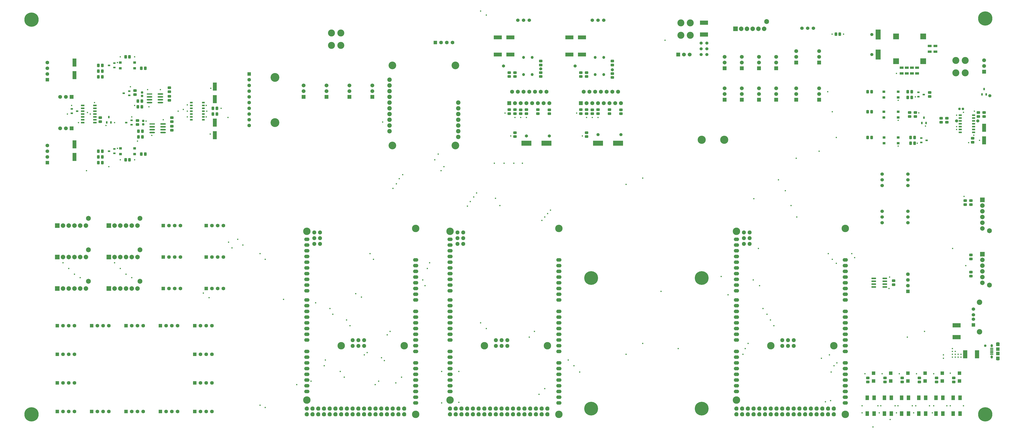
<source format=gbr>
%TF.GenerationSoftware,Altium Limited,Altium Designer,21.6.4 (81)*%
G04 Layer_Color=8388736*
%FSLAX26Y26*%
%MOIN*%
%TF.SameCoordinates,892991E7-994B-4F78-B437-02A20B6E2807*%
%TF.FilePolarity,Negative*%
%TF.FileFunction,Soldermask,Top*%
%TF.Part,Single*%
G01*
G75*
%TA.AperFunction,SMDPad,CuDef*%
%ADD15R,0.097211X0.024493*%
G04:AMPARAMS|DCode=16|XSize=97.211mil|YSize=24.493mil|CornerRadius=12.247mil|HoleSize=0mil|Usage=FLASHONLY|Rotation=0.000|XOffset=0mil|YOffset=0mil|HoleType=Round|Shape=RoundedRectangle|*
%AMROUNDEDRECTD16*
21,1,0.097211,0.000000,0,0,0.0*
21,1,0.072718,0.024493,0,0,0.0*
1,1,0.024493,0.036359,0.000000*
1,1,0.024493,-0.036359,0.000000*
1,1,0.024493,-0.036359,0.000000*
1,1,0.024493,0.036359,0.000000*
%
%ADD16ROUNDEDRECTD16*%
%ADD17R,0.065284X0.043523*%
%TA.AperFunction,ComponentPad*%
%ADD36C,0.060000*%
%ADD46C,0.070000*%
%ADD47R,0.070000X0.070000*%
%TA.AperFunction,SMDPad,CuDef*%
G04:AMPARAMS|DCode=85|XSize=59mil|YSize=47mil|CornerRadius=9.955mil|HoleSize=0mil|Usage=FLASHONLY|Rotation=0.000|XOffset=0mil|YOffset=0mil|HoleType=Round|Shape=RoundedRectangle|*
%AMROUNDEDRECTD85*
21,1,0.059000,0.027090,0,0,0.0*
21,1,0.039090,0.047000,0,0,0.0*
1,1,0.019910,0.019545,-0.013545*
1,1,0.019910,-0.019545,-0.013545*
1,1,0.019910,-0.019545,0.013545*
1,1,0.019910,0.019545,0.013545*
%
%ADD85ROUNDEDRECTD85*%
G04:AMPARAMS|DCode=86|XSize=59mil|YSize=47mil|CornerRadius=9.955mil|HoleSize=0mil|Usage=FLASHONLY|Rotation=90.000|XOffset=0mil|YOffset=0mil|HoleType=Round|Shape=RoundedRectangle|*
%AMROUNDEDRECTD86*
21,1,0.059000,0.027090,0,0,90.0*
21,1,0.039090,0.047000,0,0,90.0*
1,1,0.019910,0.013545,0.019545*
1,1,0.019910,0.013545,-0.019545*
1,1,0.019910,-0.013545,-0.019545*
1,1,0.019910,-0.013545,0.019545*
%
%ADD86ROUNDEDRECTD86*%
%ADD87R,0.047307X0.039433*%
%TA.AperFunction,ComponentPad*%
%ADD88C,0.064000*%
%ADD89R,0.064000X0.064000*%
%ADD90C,0.085102*%
%ADD91C,0.079000*%
%ADD92R,0.079000X0.079000*%
%ADD93C,0.240220*%
%ADD94C,0.051244*%
%ADD95C,0.094551*%
%ADD96C,0.060221*%
%ADD97R,0.060221X0.060221*%
%ADD98C,0.249606*%
%ADD99C,0.122110*%
%ADD100R,0.066992X0.066992*%
%ADD101C,0.066992*%
%ADD102R,0.063055X0.063055*%
%ADD103C,0.063055*%
%ADD104C,0.078000*%
%ADD105C,0.134000*%
G04:AMPARAMS|DCode=106|XSize=41.339mil|YSize=64.961mil|CornerRadius=20.669mil|HoleSize=0mil|Usage=FLASHONLY|Rotation=270.000|XOffset=0mil|YOffset=0mil|HoleType=Round|Shape=RoundedRectangle|*
%AMROUNDEDRECTD106*
21,1,0.041339,0.023622,0,0,270.0*
21,1,0.000000,0.064961,0,0,270.0*
1,1,0.041339,-0.011811,0.000000*
1,1,0.041339,-0.011811,0.000000*
1,1,0.041339,0.011811,0.000000*
1,1,0.041339,0.011811,0.000000*
%
%ADD106ROUNDEDRECTD106*%
G04:AMPARAMS|DCode=107|XSize=53.15mil|YSize=41.339mil|CornerRadius=20.669mil|HoleSize=0mil|Usage=FLASHONLY|Rotation=270.000|XOffset=0mil|YOffset=0mil|HoleType=Round|Shape=RoundedRectangle|*
%AMROUNDEDRECTD107*
21,1,0.053150,0.000000,0,0,270.0*
21,1,0.011811,0.041339,0,0,270.0*
1,1,0.041339,0.000000,-0.005906*
1,1,0.041339,0.000000,0.005906*
1,1,0.041339,0.000000,0.005906*
1,1,0.041339,0.000000,-0.005906*
%
%ADD107ROUNDEDRECTD107*%
%ADD108O,0.093600X0.060000*%
%ADD109C,0.129980*%
G04:AMPARAMS|DCode=110|XSize=70mil|YSize=70mil|CornerRadius=0mil|HoleSize=0mil|Usage=FLASHONLY|Rotation=0.000|XOffset=0mil|YOffset=0mil|HoleType=Round|Shape=Octagon|*
%AMOCTAGOND110*
4,1,8,0.035000,-0.017500,0.035000,0.017500,0.017500,0.035000,-0.017500,0.035000,-0.035000,0.017500,-0.035000,-0.017500,-0.017500,-0.035000,0.017500,-0.035000,0.035000,-0.017500,0.0*
%
%ADD110OCTAGOND110*%

G04:AMPARAMS|DCode=111|XSize=65.02mil|YSize=65.02mil|CornerRadius=0mil|HoleSize=0mil|Usage=FLASHONLY|Rotation=90.000|XOffset=0mil|YOffset=0mil|HoleType=Round|Shape=Octagon|*
%AMOCTAGOND111*
4,1,8,0.016255,0.032510,-0.016255,0.032510,-0.032510,0.016255,-0.032510,-0.016255,-0.016255,-0.032510,0.016255,-0.032510,0.032510,-0.016255,0.032510,0.016255,0.016255,0.032510,0.0*
%
%ADD111OCTAGOND111*%

G04:AMPARAMS|DCode=112|XSize=65.02mil|YSize=65.02mil|CornerRadius=0mil|HoleSize=0mil|Usage=FLASHONLY|Rotation=0.000|XOffset=0mil|YOffset=0mil|HoleType=Round|Shape=Octagon|*
%AMOCTAGOND112*
4,1,8,0.032510,-0.016255,0.032510,0.016255,0.016255,0.032510,-0.016255,0.032510,-0.032510,0.016255,-0.032510,-0.016255,-0.016255,-0.032510,0.016255,-0.032510,0.032510,-0.016255,0.0*
%
%ADD112OCTAGOND112*%

%TA.AperFunction,SMDPad,CuDef*%
%ADD113R,0.066992X0.141795*%
%ADD114R,0.090614X0.177228*%
%TA.AperFunction,ComponentPad*%
%ADD115C,0.141795*%
%TA.AperFunction,SMDPad,CuDef*%
%ADD116R,0.141795X0.074079*%
%ADD117R,0.141795X0.066992*%
%ADD118R,0.177228X0.090614*%
%TA.AperFunction,ComponentPad*%
%ADD119R,0.066992X0.066992*%
%ADD120R,0.064000X0.064000*%
%TA.AperFunction,SMDPad,CuDef*%
%ADD121R,0.074079X0.141795*%
%TA.AperFunction,ComponentPad*%
%ADD122R,0.079000X0.079000*%
%TA.AperFunction,WasherPad*%
%ADD123C,0.154000*%
%TA.AperFunction,ViaPad*%
%ADD124C,0.024000*%
%ADD125C,0.054000*%
%ADD126C,0.044000*%
%TA.AperFunction,NonConductor*%
%ADD145R,0.064961X0.051181*%
%TA.AperFunction,SMDPad,CuDef*%
%ADD146R,0.043370X0.027622*%
%ADD147R,0.055181X0.031559*%
G04:AMPARAMS|DCode=148|XSize=81.559mil|YSize=27.228mil|CornerRadius=4.904mil|HoleSize=0mil|Usage=FLASHONLY|Rotation=0.000|XOffset=0mil|YOffset=0mil|HoleType=Round|Shape=RoundedRectangle|*
%AMROUNDEDRECTD148*
21,1,0.081559,0.017421,0,0,0.0*
21,1,0.071752,0.027228,0,0,0.0*
1,1,0.009807,0.035876,-0.008711*
1,1,0.009807,-0.035876,-0.008711*
1,1,0.009807,-0.035876,0.008711*
1,1,0.009807,0.035876,0.008711*
%
%ADD148ROUNDEDRECTD148*%
%ADD149R,0.061087X0.027622*%
%ADD150R,0.050457X0.026835*%
%ADD151R,0.063055X0.063055*%
%ADD152R,0.102425X0.102425*%
%TA.AperFunction,ConnectorPad*%
%ADD153R,0.064961X0.062992*%
G04:AMPARAMS|DCode=154|XSize=19.685mil|YSize=57.087mil|CornerRadius=5.906mil|HoleSize=0mil|Usage=FLASHONLY|Rotation=90.000|XOffset=0mil|YOffset=0mil|HoleType=Round|Shape=RoundedRectangle|*
%AMROUNDEDRECTD154*
21,1,0.019685,0.045276,0,0,90.0*
21,1,0.007874,0.057087,0,0,90.0*
1,1,0.011811,0.022638,0.003937*
1,1,0.011811,0.022638,-0.003937*
1,1,0.011811,-0.022638,-0.003937*
1,1,0.011811,-0.022638,0.003937*
%
%ADD154ROUNDEDRECTD154*%
%TA.AperFunction,SMDPad,CuDef*%
G04:AMPARAMS|DCode=155|XSize=39mil|YSize=38mil|CornerRadius=7.95mil|HoleSize=0mil|Usage=FLASHONLY|Rotation=270.000|XOffset=0mil|YOffset=0mil|HoleType=Round|Shape=RoundedRectangle|*
%AMROUNDEDRECTD155*
21,1,0.039000,0.022100,0,0,270.0*
21,1,0.023100,0.038000,0,0,270.0*
1,1,0.015900,-0.011050,-0.011550*
1,1,0.015900,-0.011050,0.011550*
1,1,0.015900,0.011050,0.011550*
1,1,0.015900,0.011050,-0.011550*
%
%ADD155ROUNDEDRECTD155*%
%ADD156R,0.059118X0.082740*%
G04:AMPARAMS|DCode=157|XSize=39mil|YSize=38mil|CornerRadius=7.95mil|HoleSize=0mil|Usage=FLASHONLY|Rotation=180.000|XOffset=0mil|YOffset=0mil|HoleType=Round|Shape=RoundedRectangle|*
%AMROUNDEDRECTD157*
21,1,0.039000,0.022100,0,0,180.0*
21,1,0.023100,0.038000,0,0,180.0*
1,1,0.015900,-0.011550,0.011050*
1,1,0.015900,0.011550,0.011050*
1,1,0.015900,0.011550,-0.011050*
1,1,0.015900,-0.011550,-0.011050*
%
%ADD157ROUNDEDRECTD157*%
%ADD158R,0.027622X0.043370*%
D15*
X2359953Y5900000D02*
D03*
X2404976Y5375000D02*
D03*
D16*
X2359953Y5850000D02*
D03*
Y5800000D02*
D03*
Y5750000D02*
D03*
X2550000D02*
D03*
Y5800000D02*
D03*
Y5850000D02*
D03*
Y5900000D02*
D03*
X2595024Y5375000D02*
D03*
Y5325000D02*
D03*
Y5275000D02*
D03*
Y5225000D02*
D03*
X2404976D02*
D03*
Y5275000D02*
D03*
Y5325000D02*
D03*
D17*
X15760000Y6360250D02*
D03*
Y6259749D02*
D03*
X15980000Y6740250D02*
D03*
Y6639749D02*
D03*
X16080000Y6740250D02*
D03*
Y6639749D02*
D03*
X15490000Y6360250D02*
D03*
Y6259749D02*
D03*
X15580000Y6360250D02*
D03*
Y6259749D02*
D03*
X15670000Y6360250D02*
D03*
Y6259749D02*
D03*
D36*
X13750000Y7050000D02*
D03*
X13850000D02*
D03*
X13950000D02*
D03*
X10090000Y7190000D02*
D03*
X10190000D02*
D03*
X10290000D02*
D03*
X8790000D02*
D03*
X8890000D02*
D03*
X8990000D02*
D03*
X15600000Y3850000D02*
D03*
Y3750000D02*
D03*
Y3650000D02*
D03*
X15150000D02*
D03*
Y3750000D02*
D03*
Y3850000D02*
D03*
Y4300000D02*
D03*
Y4400000D02*
D03*
Y4500000D02*
D03*
X15600000Y4300000D02*
D03*
Y4400000D02*
D03*
Y4500000D02*
D03*
D46*
X10590000Y5740000D02*
D03*
X10540000Y5940000D02*
D03*
X10490000Y5740000D02*
D03*
X10440000Y5940000D02*
D03*
X10390000Y5740000D02*
D03*
X10340000Y5940000D02*
D03*
X10290000Y5740000D02*
D03*
X10240000Y5940000D02*
D03*
X10190000Y5740000D02*
D03*
X10140000Y5940000D02*
D03*
X10090000Y5740000D02*
D03*
X10040000Y5940000D02*
D03*
X9990000Y5740000D02*
D03*
X9940000Y5940000D02*
D03*
X9340000Y5740000D02*
D03*
X9290000Y5940000D02*
D03*
X9240000Y5740000D02*
D03*
X9190000Y5940000D02*
D03*
X9140000Y5740000D02*
D03*
X9090000Y5940000D02*
D03*
X9040000Y5740000D02*
D03*
X8990000Y5940000D02*
D03*
X8940000Y5740000D02*
D03*
X8890000Y5940000D02*
D03*
X8840000Y5740000D02*
D03*
X8790000Y5940000D02*
D03*
X8740000Y5740000D02*
D03*
X8690000Y5940000D02*
D03*
D47*
X9890000Y5740000D02*
D03*
X8640000D02*
D03*
D85*
X15630000Y5504500D02*
D03*
Y5575500D02*
D03*
X15730000Y5504500D02*
D03*
Y5575500D02*
D03*
X16830000Y5504500D02*
D03*
Y5575500D02*
D03*
X15980000Y5925500D02*
D03*
Y5854500D02*
D03*
X16930000Y5575500D02*
D03*
Y5504500D02*
D03*
X16730000Y5125500D02*
D03*
Y5054500D02*
D03*
X2750000Y5414500D02*
D03*
Y5485500D02*
D03*
X2150000Y5435500D02*
D03*
Y5364500D02*
D03*
X2750000Y5264500D02*
D03*
Y5335500D02*
D03*
X1500000Y5485500D02*
D03*
Y5414500D02*
D03*
X8740000Y5223500D02*
D03*
Y5156500D02*
D03*
X10440000Y6190000D02*
D03*
Y6257000D02*
D03*
X9190000Y6206500D02*
D03*
Y6273500D02*
D03*
X8840000Y5623500D02*
D03*
Y5556500D02*
D03*
X10590000Y5623500D02*
D03*
Y5556500D02*
D03*
X8740000Y6273500D02*
D03*
Y6206500D02*
D03*
X9990000Y6273500D02*
D03*
Y6206500D02*
D03*
X9340000Y5623500D02*
D03*
Y5556500D02*
D03*
X9890000Y6206500D02*
D03*
Y6273500D02*
D03*
X8640000Y6206500D02*
D03*
Y6273500D02*
D03*
X9990000Y5223500D02*
D03*
Y5156500D02*
D03*
X10090000Y5623500D02*
D03*
Y5556500D02*
D03*
X2704976Y5939500D02*
D03*
Y6010500D02*
D03*
X2104976Y5960500D02*
D03*
Y5889500D02*
D03*
X2704976Y5789500D02*
D03*
Y5860500D02*
D03*
X9140000Y5554500D02*
D03*
Y5625500D02*
D03*
X8640000Y5554500D02*
D03*
Y5625500D02*
D03*
X9990000D02*
D03*
Y5554500D02*
D03*
X9890000D02*
D03*
Y5625500D02*
D03*
X10440000Y6404500D02*
D03*
Y6475500D02*
D03*
X10390000Y5554500D02*
D03*
Y5625500D02*
D03*
X10190000Y5554500D02*
D03*
Y5625500D02*
D03*
X8940000Y5554500D02*
D03*
Y5625500D02*
D03*
X8740000D02*
D03*
Y5554500D02*
D03*
X9190000Y6404500D02*
D03*
Y6475500D02*
D03*
X16280001Y5404500D02*
D03*
Y5475500D02*
D03*
X16180000D02*
D03*
Y5404500D02*
D03*
X14900000Y935500D02*
D03*
Y864500D02*
D03*
X15500000D02*
D03*
Y935500D02*
D03*
X15200000D02*
D03*
Y864500D02*
D03*
X15800000Y935500D02*
D03*
Y864500D02*
D03*
X16700001Y3014500D02*
D03*
Y3085500D02*
D03*
Y2785500D02*
D03*
Y2714500D02*
D03*
Y4035500D02*
D03*
Y3964500D02*
D03*
X16600000Y4035500D02*
D03*
Y3964500D02*
D03*
X15350000Y2564500D02*
D03*
Y2635500D02*
D03*
X16100000Y935500D02*
D03*
Y864500D02*
D03*
X16400000Y935500D02*
D03*
Y864500D02*
D03*
D86*
X2008500Y6550000D02*
D03*
X1941500D02*
D03*
X14894500Y5140000D02*
D03*
X14965500D02*
D03*
X15715500Y5040000D02*
D03*
X15644500D02*
D03*
Y5140000D02*
D03*
X15715500D02*
D03*
X14894500Y5590000D02*
D03*
X14965500D02*
D03*
X15665500Y5840000D02*
D03*
X15594500D02*
D03*
X14894500Y5940000D02*
D03*
X14965500D02*
D03*
X1535500Y4700000D02*
D03*
X1464500D02*
D03*
Y4800000D02*
D03*
X1535500D02*
D03*
X3464500Y5650000D02*
D03*
X3535500D02*
D03*
X2235500Y5150000D02*
D03*
X2164500D02*
D03*
X2235500Y5250000D02*
D03*
X2164500D02*
D03*
X2214500Y4850000D02*
D03*
X2285500D02*
D03*
X1464500Y6300000D02*
D03*
X1535500D02*
D03*
X1464500Y6400000D02*
D03*
X1535500D02*
D03*
X2225976Y5675000D02*
D03*
X2154976D02*
D03*
Y5775000D02*
D03*
X2225976D02*
D03*
X15594500Y5940000D02*
D03*
X15665500D02*
D03*
X1464500Y6200000D02*
D03*
X1535500D02*
D03*
Y4900000D02*
D03*
X1464500D02*
D03*
X2285500Y6350000D02*
D03*
X2214500D02*
D03*
X3535500Y5550000D02*
D03*
X3464500D02*
D03*
X14408500Y6945000D02*
D03*
X14341500D02*
D03*
X1941500Y4750000D02*
D03*
X2008500D02*
D03*
D87*
X2098032Y6350000D02*
D03*
Y6450000D02*
D03*
X1850000Y6350000D02*
D03*
Y6450000D02*
D03*
X15430000Y5040000D02*
D03*
Y5140000D02*
D03*
X15181969Y5040000D02*
D03*
Y5140000D02*
D03*
X15428031Y5490000D02*
D03*
Y5590000D02*
D03*
X15180000Y5490000D02*
D03*
Y5590000D02*
D03*
X15428031Y5840000D02*
D03*
Y5940000D02*
D03*
X15180000Y5840000D02*
D03*
Y5940000D02*
D03*
X1851968Y4950000D02*
D03*
Y4850000D02*
D03*
X2100000Y4950000D02*
D03*
Y4850000D02*
D03*
D88*
X3650000Y2500000D02*
D03*
X3550000D02*
D03*
X3450000D02*
D03*
X575000Y4800000D02*
D03*
Y4900000D02*
D03*
Y5000000D02*
D03*
Y6450000D02*
D03*
Y6350000D02*
D03*
Y6250000D02*
D03*
X3450000Y1850000D02*
D03*
X3350000D02*
D03*
X3250000D02*
D03*
X850000D02*
D03*
X950000D02*
D03*
X1050000D02*
D03*
X1450000D02*
D03*
X1550000D02*
D03*
X1650000D02*
D03*
X2050000D02*
D03*
X2150000D02*
D03*
X2250000D02*
D03*
X2650000D02*
D03*
X2750000D02*
D03*
X2850000D02*
D03*
X3250000Y1350000D02*
D03*
X3350000D02*
D03*
X3450000D02*
D03*
X1050000Y350000D02*
D03*
X950000D02*
D03*
X850000D02*
D03*
X1650000D02*
D03*
X1550000D02*
D03*
X1450000D02*
D03*
X2250000D02*
D03*
X2150000D02*
D03*
X2050000D02*
D03*
X2850000D02*
D03*
X2750000D02*
D03*
X2650000D02*
D03*
X850000Y1350000D02*
D03*
X950000D02*
D03*
X1050000D02*
D03*
X850000Y850000D02*
D03*
X950000D02*
D03*
X1050000D02*
D03*
X3250000Y350000D02*
D03*
X3350000D02*
D03*
X3450000D02*
D03*
X3250000Y850000D02*
D03*
X3350000D02*
D03*
X3450000D02*
D03*
X7450000Y6800000D02*
D03*
X7550000D02*
D03*
X7650000D02*
D03*
X2700000Y2500000D02*
D03*
X2800000D02*
D03*
X2900000D02*
D03*
X2700000Y3050000D02*
D03*
X2800000D02*
D03*
X2900000D02*
D03*
X2700000Y3600000D02*
D03*
X2800000D02*
D03*
X2900000D02*
D03*
X3650000D02*
D03*
X3550000D02*
D03*
X3450000D02*
D03*
X3650000Y3050000D02*
D03*
X3550000D02*
D03*
X3450000D02*
D03*
X15600000Y2550000D02*
D03*
Y2650000D02*
D03*
Y2750000D02*
D03*
D89*
X3350000Y2500000D02*
D03*
X3150000Y1850000D02*
D03*
X750000D02*
D03*
X1350000D02*
D03*
X1950000D02*
D03*
X2550000D02*
D03*
X3150000Y1350000D02*
D03*
X750000Y350000D02*
D03*
X1350000D02*
D03*
X1950000D02*
D03*
X2550000D02*
D03*
X750000Y1350000D02*
D03*
Y850000D02*
D03*
X3150000Y350000D02*
D03*
Y850000D02*
D03*
X7350000Y6800000D02*
D03*
X2600000Y2500000D02*
D03*
Y3050000D02*
D03*
Y3600000D02*
D03*
X3350000D02*
D03*
Y3050000D02*
D03*
D90*
X1292126Y3174016D02*
D03*
X17024015Y2557874D02*
D03*
Y3507874D02*
D03*
X1292126Y3724016D02*
D03*
Y2624016D02*
D03*
X2192126Y3724016D02*
D03*
Y2624016D02*
D03*
X13132126Y7164016D02*
D03*
X2192126Y3174016D02*
D03*
D91*
X1250000Y3050000D02*
D03*
X1150000D02*
D03*
X1050000D02*
D03*
X950000D02*
D03*
X850000D02*
D03*
X16900000Y3000000D02*
D03*
Y2900000D02*
D03*
Y2800000D02*
D03*
Y2700000D02*
D03*
Y2600000D02*
D03*
Y3550000D02*
D03*
Y3650000D02*
D03*
Y3750000D02*
D03*
Y3850000D02*
D03*
Y3950000D02*
D03*
X850000Y3600000D02*
D03*
X950000D02*
D03*
X1050000D02*
D03*
X1150000D02*
D03*
X1250000D02*
D03*
X850000Y2500000D02*
D03*
X950000D02*
D03*
X1050000D02*
D03*
X1150000D02*
D03*
X1250000D02*
D03*
X2150000Y3600000D02*
D03*
X2050000D02*
D03*
X1950000D02*
D03*
X1850000D02*
D03*
X1750000D02*
D03*
Y2500000D02*
D03*
X1850000D02*
D03*
X1950000D02*
D03*
X2050000D02*
D03*
X2150000D02*
D03*
X13090000Y7040000D02*
D03*
X12990000D02*
D03*
X12890000D02*
D03*
X12790000D02*
D03*
X12690000D02*
D03*
X1750000Y3050000D02*
D03*
X1850000D02*
D03*
X1950000D02*
D03*
X2050000D02*
D03*
X2150000D02*
D03*
D92*
X750000D02*
D03*
Y3600000D02*
D03*
Y2500000D02*
D03*
X1650000Y3600000D02*
D03*
Y2500000D02*
D03*
X12590000Y7040000D02*
D03*
X1650000Y3050000D02*
D03*
D93*
X12000000Y400000D02*
D03*
Y2683465D02*
D03*
X10070866Y400000D02*
D03*
Y2683465D02*
D03*
D94*
X10140000Y6240000D02*
D03*
Y6540000D02*
D03*
X10290000Y6240000D02*
D03*
Y6540000D02*
D03*
X9040000Y6240000D02*
D03*
Y6540000D02*
D03*
X8890000Y6240000D02*
D03*
Y6540000D02*
D03*
D95*
X16850393Y2258661D02*
D03*
Y1741339D02*
D03*
D96*
X16743702Y2137795D02*
D03*
Y2039370D02*
D03*
Y1960630D02*
D03*
D97*
Y1862205D02*
D03*
D98*
X300000Y300000D02*
D03*
Y7200000D02*
D03*
X16950001Y7220000D02*
D03*
Y300000D02*
D03*
D99*
X5534646Y6966535D02*
D03*
X5700000D02*
D03*
Y6750000D02*
D03*
X5534646D02*
D03*
X11634646Y7141535D02*
D03*
X11800000D02*
D03*
Y6925000D02*
D03*
X11634646D02*
D03*
X16434647Y6486535D02*
D03*
X16600000D02*
D03*
Y6270000D02*
D03*
X16434647D02*
D03*
D100*
X12700000Y6350000D02*
D03*
Y5800000D02*
D03*
X16930000Y6290000D02*
D03*
X13650000Y6450000D02*
D03*
X14050000D02*
D03*
X13650000Y5800000D02*
D03*
X14050000D02*
D03*
X5450000Y5850000D02*
D03*
X5850000D02*
D03*
X6250000D02*
D03*
X5050000D02*
D03*
X12400000Y6350000D02*
D03*
X13000000D02*
D03*
X13300000D02*
D03*
X12400000Y5800000D02*
D03*
X13000000D02*
D03*
X13300000D02*
D03*
D101*
X12700000Y6450000D02*
D03*
Y6550000D02*
D03*
Y6000000D02*
D03*
Y5900000D02*
D03*
X16930000Y6390000D02*
D03*
Y6490000D02*
D03*
X800000Y5300000D02*
D03*
X900000D02*
D03*
Y5850000D02*
D03*
X800000D02*
D03*
X11790000Y6590000D02*
D03*
X11690000D02*
D03*
X13650000Y6650000D02*
D03*
Y6550000D02*
D03*
X14050000Y6650000D02*
D03*
Y6550000D02*
D03*
X13650000Y5900000D02*
D03*
Y6000000D02*
D03*
X14050000Y5900000D02*
D03*
Y6000000D02*
D03*
X5450000Y5950000D02*
D03*
Y6050000D02*
D03*
X5850000Y5950000D02*
D03*
Y6050000D02*
D03*
X6250000Y5950000D02*
D03*
Y6050000D02*
D03*
X5050000Y5950000D02*
D03*
Y6050000D02*
D03*
X12400000Y6450000D02*
D03*
Y6550000D02*
D03*
X13000000Y6450000D02*
D03*
Y6550000D02*
D03*
X13300000Y6450000D02*
D03*
Y6550000D02*
D03*
X12400000Y5900000D02*
D03*
Y6000000D02*
D03*
X13000000D02*
D03*
Y5900000D02*
D03*
X13300000Y6000000D02*
D03*
Y5900000D02*
D03*
D102*
X4100000Y6250000D02*
D03*
D103*
Y6150000D02*
D03*
Y5950000D02*
D03*
Y5850000D02*
D03*
Y5750000D02*
D03*
Y5650000D02*
D03*
Y5550000D02*
D03*
Y5450000D02*
D03*
Y5350000D02*
D03*
Y6050000D02*
D03*
D104*
X6550000Y6150000D02*
D03*
Y6050000D02*
D03*
Y5950000D02*
D03*
Y5850000D02*
D03*
Y5750000D02*
D03*
Y5650000D02*
D03*
Y5550000D02*
D03*
Y5450000D02*
D03*
Y5350000D02*
D03*
Y5250000D02*
D03*
X7750000Y5150000D02*
D03*
Y5250000D02*
D03*
Y5350000D02*
D03*
Y5450000D02*
D03*
Y5550000D02*
D03*
Y5650000D02*
D03*
Y5750000D02*
D03*
D105*
X7700000Y6400000D02*
D03*
Y5000000D02*
D03*
X6600000Y6400000D02*
D03*
Y5000000D02*
D03*
D106*
X17170000Y1262205D02*
D03*
Y1537795D02*
D03*
D107*
X17063702Y1301575D02*
D03*
Y1498425D02*
D03*
D108*
X5106299Y1200000D02*
D03*
Y1300000D02*
D03*
Y1400000D02*
D03*
Y1600000D02*
D03*
Y1100000D02*
D03*
Y3260000D02*
D03*
Y3360000D02*
D03*
Y3160000D02*
D03*
Y3060000D02*
D03*
Y700000D02*
D03*
Y800000D02*
D03*
Y900000D02*
D03*
Y1000000D02*
D03*
Y2300000D02*
D03*
Y2960000D02*
D03*
Y2660000D02*
D03*
Y2460000D02*
D03*
Y2560000D02*
D03*
Y2860000D02*
D03*
Y2760000D02*
D03*
Y2000000D02*
D03*
Y1700000D02*
D03*
Y1800000D02*
D03*
Y1900000D02*
D03*
Y2100000D02*
D03*
Y2200000D02*
D03*
X7006299Y3000000D02*
D03*
Y2900000D02*
D03*
Y2800000D02*
D03*
Y2700000D02*
D03*
Y2600000D02*
D03*
Y2500000D02*
D03*
Y2400000D02*
D03*
Y2300000D02*
D03*
Y1200000D02*
D03*
Y1400000D02*
D03*
Y2100000D02*
D03*
Y1900000D02*
D03*
Y1600000D02*
D03*
Y1800000D02*
D03*
Y1700000D02*
D03*
Y1500000D02*
D03*
Y2000000D02*
D03*
Y1100000D02*
D03*
Y1000000D02*
D03*
Y900000D02*
D03*
Y800000D02*
D03*
Y700000D02*
D03*
Y600000D02*
D03*
Y500000D02*
D03*
X7606299Y1200000D02*
D03*
Y1300000D02*
D03*
Y1400000D02*
D03*
Y1600000D02*
D03*
Y1100000D02*
D03*
Y3260000D02*
D03*
Y3360000D02*
D03*
Y3160000D02*
D03*
Y3060000D02*
D03*
Y700000D02*
D03*
Y800000D02*
D03*
Y900000D02*
D03*
Y1000000D02*
D03*
Y2300000D02*
D03*
Y2960000D02*
D03*
Y2660000D02*
D03*
Y2460000D02*
D03*
Y2560000D02*
D03*
Y2860000D02*
D03*
Y2760000D02*
D03*
Y2000000D02*
D03*
Y1700000D02*
D03*
Y1800000D02*
D03*
Y1900000D02*
D03*
Y2100000D02*
D03*
Y2200000D02*
D03*
X9506299Y3000000D02*
D03*
Y2900000D02*
D03*
Y2800000D02*
D03*
Y2700000D02*
D03*
Y2600000D02*
D03*
Y2500000D02*
D03*
Y2400000D02*
D03*
Y2300000D02*
D03*
Y1200000D02*
D03*
Y1400000D02*
D03*
Y2100000D02*
D03*
Y1900000D02*
D03*
Y1600000D02*
D03*
Y1800000D02*
D03*
Y1700000D02*
D03*
Y1500000D02*
D03*
Y2000000D02*
D03*
Y1100000D02*
D03*
Y1000000D02*
D03*
Y900000D02*
D03*
Y800000D02*
D03*
Y700000D02*
D03*
Y600000D02*
D03*
Y500000D02*
D03*
X12606299Y1200000D02*
D03*
Y1300000D02*
D03*
Y1400000D02*
D03*
Y1600000D02*
D03*
Y1100000D02*
D03*
Y3260000D02*
D03*
Y3360000D02*
D03*
Y3160000D02*
D03*
Y3060000D02*
D03*
Y700000D02*
D03*
Y800000D02*
D03*
Y900000D02*
D03*
Y1000000D02*
D03*
Y2300000D02*
D03*
Y2960000D02*
D03*
Y2660000D02*
D03*
Y2460000D02*
D03*
Y2560000D02*
D03*
Y2860000D02*
D03*
Y2760000D02*
D03*
Y2000000D02*
D03*
Y1700000D02*
D03*
Y1800000D02*
D03*
Y1900000D02*
D03*
Y2100000D02*
D03*
Y2200000D02*
D03*
X14506299Y3000000D02*
D03*
Y2900000D02*
D03*
Y2800000D02*
D03*
Y2700000D02*
D03*
Y2600000D02*
D03*
Y2500000D02*
D03*
Y2400000D02*
D03*
Y2300000D02*
D03*
Y1200000D02*
D03*
Y1400000D02*
D03*
Y2100000D02*
D03*
Y1900000D02*
D03*
Y1600000D02*
D03*
Y1800000D02*
D03*
Y1700000D02*
D03*
Y1500000D02*
D03*
Y2000000D02*
D03*
Y1100000D02*
D03*
Y1000000D02*
D03*
Y900000D02*
D03*
Y800000D02*
D03*
Y700000D02*
D03*
Y600000D02*
D03*
Y500000D02*
D03*
D109*
X5706299Y1500000D02*
D03*
X5106299Y550000D02*
D03*
Y3500000D02*
D03*
X7006299Y3550000D02*
D03*
Y300000D02*
D03*
X6806299Y1500000D02*
D03*
X8206299D02*
D03*
X7606299Y550000D02*
D03*
Y3500000D02*
D03*
X9506299Y3550000D02*
D03*
Y300000D02*
D03*
X9306299Y1500000D02*
D03*
X13206299D02*
D03*
X12606299Y550000D02*
D03*
Y3500000D02*
D03*
X14506299Y3550000D02*
D03*
Y300000D02*
D03*
X14306299Y1500000D02*
D03*
D110*
X5106299Y300000D02*
D03*
Y400000D02*
D03*
X5606299Y300000D02*
D03*
X5706299Y400000D02*
D03*
X5806299D02*
D03*
Y300000D02*
D03*
X5206299Y400000D02*
D03*
Y300000D02*
D03*
X5306299Y400000D02*
D03*
Y300000D02*
D03*
X5406299Y400000D02*
D03*
Y300000D02*
D03*
X5506299Y400000D02*
D03*
Y300000D02*
D03*
X5606299Y400000D02*
D03*
X5706299Y300000D02*
D03*
X6306299Y400000D02*
D03*
X6406299D02*
D03*
Y300000D02*
D03*
X6506299Y400000D02*
D03*
Y300000D02*
D03*
X6606299Y400000D02*
D03*
Y300000D02*
D03*
X6706299Y400000D02*
D03*
Y300000D02*
D03*
X6806299Y400000D02*
D03*
Y300000D02*
D03*
X6306299D02*
D03*
X5906299Y400000D02*
D03*
Y300000D02*
D03*
X6006299Y400000D02*
D03*
Y300000D02*
D03*
X6106299Y400000D02*
D03*
Y300000D02*
D03*
X6206299Y400000D02*
D03*
Y300000D02*
D03*
X7606299D02*
D03*
Y400000D02*
D03*
X8106299Y300000D02*
D03*
X8206299Y400000D02*
D03*
X8306299D02*
D03*
Y300000D02*
D03*
X7706299Y400000D02*
D03*
Y300000D02*
D03*
X7806299Y400000D02*
D03*
Y300000D02*
D03*
X7906299Y400000D02*
D03*
Y300000D02*
D03*
X8006299Y400000D02*
D03*
Y300000D02*
D03*
X8106299Y400000D02*
D03*
X8206299Y300000D02*
D03*
X8806299Y400000D02*
D03*
X8906299D02*
D03*
Y300000D02*
D03*
X9006299Y400000D02*
D03*
Y300000D02*
D03*
X9106299Y400000D02*
D03*
Y300000D02*
D03*
X9206299Y400000D02*
D03*
Y300000D02*
D03*
X9306299Y400000D02*
D03*
Y300000D02*
D03*
X8806299D02*
D03*
X8406299Y400000D02*
D03*
Y300000D02*
D03*
X8506299Y400000D02*
D03*
Y300000D02*
D03*
X8606299Y400000D02*
D03*
Y300000D02*
D03*
X8706299Y400000D02*
D03*
Y300000D02*
D03*
X12606299D02*
D03*
Y400000D02*
D03*
X13106299Y300000D02*
D03*
X13206299Y400000D02*
D03*
X13306299D02*
D03*
Y300000D02*
D03*
X12706299Y400000D02*
D03*
Y300000D02*
D03*
X12806299Y400000D02*
D03*
Y300000D02*
D03*
X12906299Y400000D02*
D03*
Y300000D02*
D03*
X13006299Y400000D02*
D03*
Y300000D02*
D03*
X13106299Y400000D02*
D03*
X13206299Y300000D02*
D03*
X13806299Y400000D02*
D03*
X13906299D02*
D03*
Y300000D02*
D03*
X14006299Y400000D02*
D03*
Y300000D02*
D03*
X14106299Y400000D02*
D03*
Y300000D02*
D03*
X14206299Y400000D02*
D03*
Y300000D02*
D03*
X14306299Y400000D02*
D03*
Y300000D02*
D03*
X13806299D02*
D03*
X13406299Y400000D02*
D03*
Y300000D02*
D03*
X13506299Y400000D02*
D03*
Y300000D02*
D03*
X13606299Y400000D02*
D03*
Y300000D02*
D03*
X13706299Y400000D02*
D03*
Y300000D02*
D03*
D111*
X5336299Y3280000D02*
D03*
X5236299Y3380000D02*
D03*
X5336299D02*
D03*
X5236299Y3480000D02*
D03*
X5336299D02*
D03*
X5236299Y3280000D02*
D03*
X7836299D02*
D03*
X7736299Y3380000D02*
D03*
X7836299D02*
D03*
X7736299Y3480000D02*
D03*
X7836299D02*
D03*
X7736299Y3280000D02*
D03*
X12836299D02*
D03*
X12736299Y3380000D02*
D03*
X12836299D02*
D03*
X12736299Y3480000D02*
D03*
X12836299D02*
D03*
X12736299Y3280000D02*
D03*
D112*
X5906299Y1595000D02*
D03*
Y1495000D02*
D03*
X6006299Y1595000D02*
D03*
Y1495000D02*
D03*
X6106299D02*
D03*
Y1595000D02*
D03*
X8406299D02*
D03*
Y1495000D02*
D03*
X8506299Y1595000D02*
D03*
Y1495000D02*
D03*
X8606299D02*
D03*
Y1595000D02*
D03*
X13406299D02*
D03*
Y1495000D02*
D03*
X13506299Y1595000D02*
D03*
Y1495000D02*
D03*
X13606299D02*
D03*
Y1595000D02*
D03*
D113*
X3500000Y5179528D02*
D03*
Y5400000D02*
D03*
X16930000Y5090000D02*
D03*
Y5310472D02*
D03*
X3500000Y6030000D02*
D03*
Y5809528D02*
D03*
X1050000Y6450000D02*
D03*
Y6229528D02*
D03*
Y5020472D02*
D03*
Y4800000D02*
D03*
D114*
X15080000Y6590000D02*
D03*
Y6940394D02*
D03*
D115*
X12000000Y5100000D02*
D03*
X12393701D02*
D03*
D116*
X16450001Y1855906D02*
D03*
Y1650000D02*
D03*
X12040000Y6940000D02*
D03*
Y7145905D02*
D03*
D117*
X9690000Y6590000D02*
D03*
X9910472D02*
D03*
X8440000Y6890000D02*
D03*
X8660472D02*
D03*
X8440000Y6590000D02*
D03*
X8660472D02*
D03*
X9690000Y6890000D02*
D03*
X9910472D02*
D03*
D118*
X8940000Y5040000D02*
D03*
X9290394D02*
D03*
X10190000D02*
D03*
X10540394D02*
D03*
D119*
X1000000Y5300000D02*
D03*
Y5850000D02*
D03*
X11590000Y6590000D02*
D03*
D120*
X575000Y4700000D02*
D03*
Y6150000D02*
D03*
X15600000Y2450000D02*
D03*
D121*
X16600000Y1350000D02*
D03*
X16805906D02*
D03*
D122*
X16900000Y3100000D02*
D03*
Y4050000D02*
D03*
D123*
X4550000Y5400000D02*
D03*
Y6190000D02*
D03*
D124*
X4930000Y820000D02*
D03*
X6300000D02*
D03*
X6060000Y2350000D02*
D03*
X3400000Y2340000D02*
D03*
X4700000Y2310000D02*
D03*
X16570000Y450000D02*
D03*
X16340000D02*
D03*
X16280001D02*
D03*
X2050000Y2690000D02*
D03*
X1150000D02*
D03*
X3990000Y3260000D02*
D03*
X3900000Y3360000D02*
D03*
X14050000Y4900000D02*
D03*
X14210000Y3110000D02*
D03*
X14200000Y5940000D02*
D03*
X14280000Y3010000D02*
D03*
Y5590000D02*
D03*
X14350000Y2940000D02*
D03*
Y5140000D02*
D03*
X8380000Y4690000D02*
D03*
X8550000D02*
D03*
X8720000D02*
D03*
X8870000D02*
D03*
X6430000Y5410000D02*
D03*
X9210000Y3690000D02*
D03*
X9260000Y3750000D02*
D03*
X9310000Y3810000D02*
D03*
X9360000Y3870000D02*
D03*
X7500000Y4630000D02*
D03*
X7340000Y4750000D02*
D03*
X1650000Y4630000D02*
D03*
X7910000Y3940000D02*
D03*
X7960000Y4020000D02*
D03*
X8020000Y4100000D02*
D03*
X8070000Y4170000D02*
D03*
X6720000Y4420000D02*
D03*
X6670000Y4330000D02*
D03*
X6610000Y4250000D02*
D03*
X6780000Y4490000D02*
D03*
X13650000Y4775000D02*
D03*
X8475000Y3950000D02*
D03*
X8400000Y4075000D02*
D03*
X4290000Y3110000D02*
D03*
X6270000Y3010000D02*
D03*
X6210000Y3110000D02*
D03*
X4380000Y3010000D02*
D03*
X4290000Y460000D02*
D03*
X4380000Y420000D02*
D03*
X14360000Y1200000D02*
D03*
X14310000Y1150000D02*
D03*
X14990000Y80000D02*
D03*
X15290000Y210000D02*
D03*
X15890000Y1750000D02*
D03*
X15590000Y1650000D02*
D03*
X8990000D02*
D03*
X9080000Y1750000D02*
D03*
X16219999Y1340000D02*
D03*
Y1280000D02*
D03*
X14230000Y1340000D02*
D03*
X14090000Y1280000D02*
D03*
X12990000Y3200000D02*
D03*
X16379999D02*
D03*
X12910000Y4070000D02*
D03*
X13010000Y2550000D02*
D03*
X12900000Y2650000D02*
D03*
X14670000Y3040000D02*
D03*
X14620000Y3110000D02*
D03*
X13560000Y3950000D02*
D03*
X13660000Y3750000D02*
D03*
X13460000Y4210000D02*
D03*
X13340000Y4400000D02*
D03*
X12340000Y2710000D02*
D03*
X12460000Y2390000D02*
D03*
X7400000Y4850000D02*
D03*
X7450000Y4560000D02*
D03*
X11290000Y2450000D02*
D03*
X10970000Y1540000D02*
D03*
X10680000Y1350000D02*
D03*
X12720000D02*
D03*
X10680000Y4320000D02*
D03*
X10970000Y4430000D02*
D03*
X11590000Y1450000D02*
D03*
X11360000Y6840000D02*
D03*
X12810000Y1540000D02*
D03*
X12760000Y1450000D02*
D03*
X13260000Y1850000D02*
D03*
X13200000Y1950000D02*
D03*
X13140000Y2050000D02*
D03*
X13070000Y2150000D02*
D03*
X8240000Y1800000D02*
D03*
X8140000Y7350000D02*
D03*
X8240000Y7280000D02*
D03*
X8140000Y1900000D02*
D03*
X1260000Y4560000D02*
D03*
X7250000Y2950000D02*
D03*
X7210000Y2850000D02*
D03*
X7130000Y2650000D02*
D03*
X7170000Y2550000D02*
D03*
X7760000Y1050000D02*
D03*
Y510000D02*
D03*
X5960000Y2410000D02*
D03*
X3300000Y2420000D02*
D03*
X3800000Y3210000D02*
D03*
X3740000Y3310000D02*
D03*
X6360000Y880000D02*
D03*
X5180000D02*
D03*
X5760000Y950000D02*
D03*
X5690000Y1050000D02*
D03*
X5410000Y1150000D02*
D03*
X5430000Y1250000D02*
D03*
X6410000Y1290000D02*
D03*
X6460000Y1240000D02*
D03*
X6110000Y1340000D02*
D03*
X6160000Y1380000D02*
D03*
X6560000Y1750000D02*
D03*
X6510000Y1690000D02*
D03*
X5860000Y1850000D02*
D03*
X5800000Y1950000D02*
D03*
X5510000Y2150000D02*
D03*
X5560000Y2050000D02*
D03*
X5260000Y2250000D02*
D03*
X9670000Y1250000D02*
D03*
X14260000Y1040000D02*
D03*
X9770000Y1150000D02*
D03*
X9870000Y1040000D02*
D03*
X7460000Y1050000D02*
D03*
Y500000D02*
D03*
X6660000Y850000D02*
D03*
X6760000Y950000D02*
D03*
X9160000Y650000D02*
D03*
X9260000Y750000D02*
D03*
X14850000Y1010000D02*
D03*
X15150000D02*
D03*
X15450000D02*
D03*
X15750000D02*
D03*
X16049999D02*
D03*
X16340000Y1020000D02*
D03*
X14250000Y540000D02*
D03*
X14160000Y520000D02*
D03*
X1950000Y2750000D02*
D03*
X1850000Y2850000D02*
D03*
X1750000Y2950000D02*
D03*
X1050000Y2750000D02*
D03*
X950000Y2850000D02*
D03*
X850000Y2950000D02*
D03*
X1850000Y4750000D02*
D03*
X2100000D02*
D03*
X1800000Y4950000D02*
D03*
X1600000Y5350000D02*
D03*
X1120000Y5400000D02*
D03*
X1750000D02*
D03*
X2050000Y5500000D02*
D03*
X1325000Y5550000D02*
D03*
X925000D02*
D03*
X1275000Y5575000D02*
D03*
X1000000Y5700000D02*
D03*
X1400000Y5750000D02*
D03*
X2025000Y6025000D02*
D03*
X1800000Y6450000D02*
D03*
X1850000Y6550000D02*
D03*
X2150000Y5075000D02*
D03*
X2400000Y5175000D02*
D03*
X3420000Y5200000D02*
D03*
X2300000Y5425000D02*
D03*
X2600000Y5450000D02*
D03*
X3730000Y5490000D02*
D03*
X3020000Y5500000D02*
D03*
X3350000D02*
D03*
X2860000Y5600000D02*
D03*
X3360000D02*
D03*
X3020000D02*
D03*
X2950000Y5630000D02*
D03*
X3610000Y5650000D02*
D03*
X2350000Y5675000D02*
D03*
X2100000Y5700000D02*
D03*
X3350000D02*
D03*
X3020000Y5710000D02*
D03*
X2325000Y5975000D02*
D03*
X2550000D02*
D03*
X3430000Y6000000D02*
D03*
X2100000Y6550000D02*
D03*
X15400000Y6260000D02*
D03*
X16580000Y4110000D02*
D03*
X16610001Y2900000D02*
D03*
X15270000Y2500000D02*
D03*
X15280000Y2700000D02*
D03*
X14275000Y6945000D02*
D03*
X14475000D02*
D03*
X15430000Y5440000D02*
D03*
Y4990000D02*
D03*
Y5790000D02*
D03*
X15763892Y5040000D02*
D03*
X15905000Y5340000D02*
D03*
X15790000Y5570000D02*
D03*
X15730000Y5850000D02*
D03*
X16450001Y5530000D02*
D03*
Y5330000D02*
D03*
Y5280000D02*
D03*
X16660000Y5050000D02*
D03*
X16570000Y5580000D02*
D03*
X16760000Y5600000D02*
D03*
X16750000Y5180000D02*
D03*
X16850000Y5090000D02*
D03*
X8740000Y5490000D02*
D03*
X8940000D02*
D03*
X8665000Y5165000D02*
D03*
X8565000Y5565000D02*
D03*
X8840000Y5490000D02*
D03*
X9990000D02*
D03*
X10190000D02*
D03*
X9915000Y5165000D02*
D03*
X9815000Y5565000D02*
D03*
X10090000Y5490000D02*
D03*
X15975000Y450000D02*
D03*
X15675000D02*
D03*
X15375000D02*
D03*
X15425000D02*
D03*
X15125000D02*
D03*
X16049999D02*
D03*
X16025000Y325000D02*
D03*
X15735500Y450000D02*
D03*
X14800000D02*
D03*
X15075000D02*
D03*
X16375000Y1450000D02*
D03*
X16424999Y1400000D02*
D03*
X16375000D02*
D03*
Y1300000D02*
D03*
X16424999D02*
D03*
X16475000D02*
D03*
X16525000D02*
D03*
X16375000Y1350000D02*
D03*
X16424999D02*
D03*
X16475000D02*
D03*
X16525000D02*
D03*
X16400000Y325000D02*
D03*
X15700000D02*
D03*
X15400000D02*
D03*
X15100000Y325006D02*
D03*
X14800000Y325000D02*
D03*
D125*
X16820000Y5430000D02*
D03*
X16450001D02*
D03*
X14970000Y6940000D02*
D03*
Y6590000D02*
D03*
X17030001Y5870000D02*
D03*
X9340000Y5165000D02*
D03*
X10590000Y5190000D02*
D03*
X10440000Y6322500D02*
D03*
X9790000Y6390000D02*
D03*
X8540000D02*
D03*
X9190000Y6339000D02*
D03*
X8940000Y5165000D02*
D03*
X10190000Y5190000D02*
D03*
X12090000Y6790000D02*
D03*
X11990000D02*
D03*
Y6690000D02*
D03*
X12090000D02*
D03*
Y6590000D02*
D03*
X11990000D02*
D03*
D126*
X16950001Y1500000D02*
D03*
D145*
X17170000Y1285829D02*
D03*
X17170000Y1514172D02*
D03*
D146*
X1652756Y6400000D02*
D03*
X1747244Y6437401D02*
D03*
Y6362598D02*
D03*
X15832756Y5127402D02*
D03*
Y5052599D02*
D03*
X15927244Y5090000D02*
D03*
X15782756Y5927402D02*
D03*
Y5852599D02*
D03*
X15877244Y5890000D02*
D03*
X1952756Y5400000D02*
D03*
X2047244Y5437401D02*
D03*
Y5362598D02*
D03*
X2004976Y5875000D02*
D03*
Y5949803D02*
D03*
X1910488Y5912402D02*
D03*
X1002756Y5637402D02*
D03*
Y5562599D02*
D03*
X1097244Y5600000D02*
D03*
X1652756Y4900000D02*
D03*
X1747244Y4937401D02*
D03*
Y4862598D02*
D03*
D147*
X16513859Y5529500D02*
D03*
Y5479500D02*
D03*
Y5429500D02*
D03*
Y5379500D02*
D03*
Y5329500D02*
D03*
Y5279500D02*
D03*
Y5229500D02*
D03*
X16746141Y5529500D02*
D03*
Y5479500D02*
D03*
Y5429500D02*
D03*
Y5379500D02*
D03*
Y5329500D02*
D03*
Y5279500D02*
D03*
Y5229500D02*
D03*
D148*
X15002559Y2675000D02*
D03*
Y2625000D02*
D03*
Y2575000D02*
D03*
Y2525000D02*
D03*
X15197441D02*
D03*
Y2575000D02*
D03*
Y2625000D02*
D03*
Y2675000D02*
D03*
D149*
X1407284Y5400000D02*
D03*
Y5450000D02*
D03*
Y5500000D02*
D03*
Y5550000D02*
D03*
Y5600000D02*
D03*
Y5650000D02*
D03*
Y5700000D02*
D03*
X1192717Y5400000D02*
D03*
Y5450000D02*
D03*
Y5500000D02*
D03*
Y5550000D02*
D03*
Y5600000D02*
D03*
Y5650000D02*
D03*
Y5700000D02*
D03*
D150*
X3300000Y5450000D02*
D03*
Y5500000D02*
D03*
Y5550000D02*
D03*
Y5600000D02*
D03*
Y5650000D02*
D03*
Y5700000D02*
D03*
Y5750000D02*
D03*
X3090551D02*
D03*
Y5700000D02*
D03*
Y5650000D02*
D03*
Y5600000D02*
D03*
Y5550000D02*
D03*
Y5500000D02*
D03*
Y5450000D02*
D03*
D151*
X16500000Y881102D02*
D03*
Y1018898D02*
D03*
X15000000Y881102D02*
D03*
Y1018898D02*
D03*
X15600000D02*
D03*
Y881102D02*
D03*
X15300000D02*
D03*
Y1018898D02*
D03*
X15900000Y881102D02*
D03*
Y1018898D02*
D03*
X16200001Y881102D02*
D03*
Y1018898D02*
D03*
D152*
X15866220Y6906535D02*
D03*
Y6473465D02*
D03*
X15393780D02*
D03*
Y6906535D02*
D03*
D153*
X17170000Y1360630D02*
D03*
Y1439370D02*
D03*
D154*
X17063702Y1451181D02*
D03*
Y1425591D02*
D03*
Y1400000D02*
D03*
Y1374409D02*
D03*
Y1348819D02*
D03*
D155*
X2229976Y5865500D02*
D03*
Y5924500D02*
D03*
X2250000Y5370500D02*
D03*
Y5429500D02*
D03*
D156*
X16390945Y312205D02*
D03*
Y587795D02*
D03*
X16509054Y312205D02*
D03*
Y587795D02*
D03*
X14890945Y312205D02*
D03*
Y587795D02*
D03*
X15009055Y312205D02*
D03*
Y587795D02*
D03*
X15309055Y587801D02*
D03*
Y312211D02*
D03*
X15190945Y587801D02*
D03*
Y312211D02*
D03*
X15490945Y312205D02*
D03*
Y587795D02*
D03*
X15609055Y312205D02*
D03*
Y587795D02*
D03*
X15790945Y312205D02*
D03*
Y587795D02*
D03*
X15909055Y312205D02*
D03*
Y587795D02*
D03*
X16090944Y312208D02*
D03*
Y587798D02*
D03*
X16209055Y312208D02*
D03*
Y587798D02*
D03*
D157*
X16500500Y5640000D02*
D03*
X16559500D02*
D03*
D158*
X16892597Y5892756D02*
D03*
X16967402D02*
D03*
X16930000Y5987244D02*
D03*
X1612598Y5402756D02*
D03*
X1687401D02*
D03*
X1650000Y5497244D02*
D03*
X15842598Y5392756D02*
D03*
X15917401D02*
D03*
X15880000Y5487244D02*
D03*
%TF.MD5,0e1e89da188f2929da9dadc16ed0bb24*%
M02*

</source>
